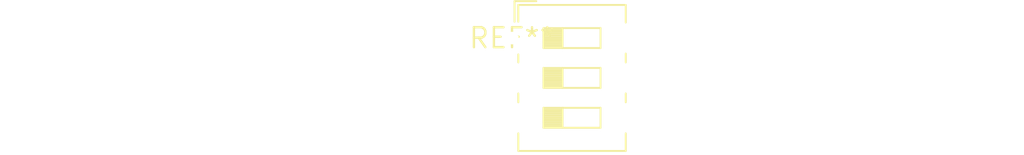
<source format=kicad_pcb>
(kicad_pcb (version 20240108) (generator pcbnew)
  (layers (0 "F.Cu" signal) (31 "B.Cu" signal) (34 "B.Paste" user) (35 "F.Paste" user) (36 "B.SilkS" user "B.Silkscreen") (37 "F.SilkS" user "F.Silkscreen") (38 "B.Mask" user) (39 "F.Mask" user) (44 "Edge.Cuts" user))
  (net 0 "")
  (footprint "SW_DIP_SPSTx03_Slide_6.7x9.18mm_W7.62mm_P2.54mm_LowProfile" (layer "F.Cu") (at 0 0)
    (property "Reference" "REF**")
    (property "Value" "SW_DIP_SPSTx03_Slide_6.7x9.18mm_W7.62mm_P2.54mm_LowProfile")
    (fp_line (start 0.16 -2.35) (end 0.16 -1.04) (layer "F.SilkS") (stroke (width 0.12)))
    (fp_line (start 0.16 -2.35) (end 1.543 -2.35) (layer "F.SilkS") (stroke (width 0.12)))
    (fp_line (start 0.4 -2.11) (end 0.4 -1.04) (layer "F.SilkS") (stroke (width 0.12)))
    (fp_line (start 0.4 -2.11) (end 7.221 -2.11) (layer "F.SilkS") (stroke (width 0.12)))
    (fp_line (start 0.4 1.04) (end 0.4 1.551) (layer "F.SilkS") (stroke (width 0.12)))
    (fp_line (start 0.4 3.53) (end 0.4 4.091) (layer "F.SilkS") (stroke (width 0.12)))
    (fp_line (start 0.4 6.07) (end 0.4 7.19) (layer "F.SilkS") (stroke (width 0.12)))
    (fp_line (start 0.4 7.19) (end 7.221 7.19) (layer "F.SilkS") (stroke (width 0.12)))
    (fp_line (start 2 -0.635) (end 2 0.635) (layer "F.SilkS") (stroke (width 0.12)))
    (fp_line (start 2 -0.515) (end 3.206667 -0.515) (layer "F.SilkS") (stroke (width 0.12)))
    (fp_line (start 2 -0.395) (end 3.206667 -0.395) (layer "F.SilkS") (stroke (width 0.12)))
    (fp_line (start 2 -0.275) (end 3.206667 -0.275) (layer "F.SilkS") (stroke (width 0.12)))
    (fp_line (start 2 -0.155) (end 3.206667 -0.155) (layer "F.SilkS") (stroke (width 0.12)))
    (fp_line (start 2 -0.035) (end 3.206667 -0.035) (layer "F.SilkS") (stroke (width 0.12)))
    (fp_line (start 2 0.085) (end 3.206667 0.085) (layer "F.SilkS") (stroke (width 0.12)))
    (fp_line (start 2 0.205) (end 3.206667 0.205) (layer "F.SilkS") (stroke (width 0.12)))
    (fp_line (start 2 0.325) (end 3.206667 0.325) (layer "F.SilkS") (stroke (width 0.12)))
    (fp_line (start 2 0.445) (end 3.206667 0.445) (layer "F.SilkS") (stroke (width 0.12)))
    (fp_line (start 2 0.565) (end 3.206667 0.565) (layer "F.SilkS") (stroke (width 0.12)))
    (fp_line (start 2 0.635) (end 5.62 0.635) (layer "F.SilkS") (stroke (width 0.12)))
    (fp_line (start 2 1.905) (end 2 3.175) (layer "F.SilkS") (stroke (width 0.12)))
    (fp_line (start 2 2.025) (end 3.206667 2.025) (layer "F.SilkS") (stroke (width 0.12)))
    (fp_line (start 2 2.145) (end 3.206667 2.145) (layer "F.SilkS") (stroke (width 0.12)))
    (fp_line (start 2 2.265) (end 3.206667 2.265) (layer "F.SilkS") (stroke (width 0.12)))
    (fp_line (start 2 2.385) (end 3.206667 2.385) (layer "F.SilkS") (stroke (width 0.12)))
    (fp_line (start 2 2.505) (end 3.206667 2.505) (layer "F.SilkS") (stroke (width 0.12)))
    (fp_line (start 2 2.625) (end 3.206667 2.625) (layer "F.SilkS") (stroke (width 0.12)))
    (fp_line (start 2 2.745) (end 3.206667 2.745) (layer "F.SilkS") (stroke (width 0.12)))
    (fp_line (start 2 2.865) (end 3.206667 2.865) (layer "F.SilkS") (stroke (width 0.12)))
    (fp_line (start 2 2.985) (end 3.206667 2.985) (layer "F.SilkS") (stroke (width 0.12)))
    (fp_line (start 2 3.105) (end 3.206667 3.105) (layer "F.SilkS") (stroke (width 0.12)))
    (fp_line (start 2 3.175) (end 5.62 3.175) (layer "F.SilkS") (stroke (width 0.12)))
    (fp_line (start 2 4.445) (end 2 5.715) (layer "F.SilkS") (stroke (width 0.12)))
    (fp_line (start 2 4.565) (end 3.206667 4.565) (layer "F.SilkS") (stroke (width 0.12)))
    (fp_line (start 2 4.685) (end 3.206667 4.685) (layer "F.SilkS") (stroke (width 0.12)))
    (fp_line (start 2 4.805) (end 3.206667 4.805) (layer "F.SilkS") (stroke (width 0.12)))
    (fp_line (start 2 4.925) (end 3.206667 4.925) (layer "F.SilkS") (stroke (width 0.12)))
    (fp_line (start 2 5.045) (end 3.206667 5.045) (layer "F.SilkS") (stroke (width 0.12)))
    (fp_line (start 2 5.165) (end 3.206667 5.165) (layer "F.SilkS") (stroke (width 0.12)))
    (fp_line (start 2 5.285) (end 3.206667 5.285) (layer "F.SilkS") (stroke (width 0.12)))
    (fp_line (start 2 5.405) (end 3.206667 5.405) (layer "F.SilkS") (stroke (width 0.12)))
    (fp_line (start 2 5.525) (end 3.206667 5.525) (layer "F.SilkS") (stroke (width 0.12)))
    (fp_line (start 2 5.645) (end 3.206667 5.645) (layer "F.SilkS") (stroke (width 0.12)))
    (fp_line (start 2 5.715) (end 5.62 5.715) (layer "F.SilkS") (stroke (width 0.12)))
    (fp_line (start 3.206667 -0.635) (end 3.206667 0.635) (layer "F.SilkS") (stroke (width 0.12)))
    (fp_line (start 3.206667 1.905) (end 3.206667 3.175) (layer "F.SilkS") (stroke (width 0.12)))
    (fp_line (start 3.206667 4.445) (end 3.206667 5.715) (layer "F.SilkS") (stroke (width 0.12)))
    (fp_line (start 5.62 -0.635) (end 2 -0.635) (layer "F.SilkS") (stroke (width 0.12)))
    (fp_line (start 5.62 0.635) (end 5.62 -0.635) (layer "F.SilkS") (stroke (width 0.12)))
    (fp_line (start 5.62 1.905) (end 2 1.905) (layer "F.SilkS") (stroke (width 0.12)))
    (fp_line (start 5.62 3.175) (end 5.62 1.905) (layer "F.SilkS") (stroke (width 0.12)))
    (fp_line (start 5.62 4.445) (end 2 4.445) (layer "F.SilkS") (stroke (width 0.12)))
    (fp_line (start 5.62 5.715) (end 5.62 4.445) (layer "F.SilkS") (stroke (width 0.12)))
    (fp_line (start 7.221 -2.11) (end 7.221 -0.99) (layer "F.SilkS") (stroke (width 0.12)))
    (fp_line (start 7.221 0.99) (end 7.221 1.551) (layer "F.SilkS") (stroke (width 0.12)))
    (fp_line (start 7.221 3.53) (end 7.221 4.091) (layer "F.SilkS") (stroke (width 0.12)))
    (fp_line (start 7.221 6.07) (end 7.221 7.19) (layer "F.SilkS") (stroke (width 0.12)))
    (pad "1" thru_hole rect (at 0 0) (size 1.6 1.6) (drill 0.8) (layers *.Cu *.Mask) (remove_unused_layers))
    (pad "2" thru_hole oval (at 0 2.54) (size 1.6 1.6) (drill 0.8) (layers *.Cu *.Mask) (remove_unused_layers))
    (pad "3" thru_hole oval (at 0 5.08) (size 1.6 1.6) (drill 0.8) (layers *.Cu *.Mask) (remove_unused_layers))
    (pad "4" thru_hole oval (at 7.62 5.08) (size 1.6 1.6) (drill 0.8) (layers *.Cu *.Mask) (remove_unused_layers))
    (pad "5" thru_hole oval (at 7.62 2.54) (size 1.6 1.6) (drill 0.8) (layers *.Cu *.Mask) (remove_unused_layers))
    (pad "6" thru_hole oval (at 7.62 0) (size 1.6 1.6) (drill 0.8) (layers *.Cu *.Mask) (remove_unused_layers))
  )
)
</source>
